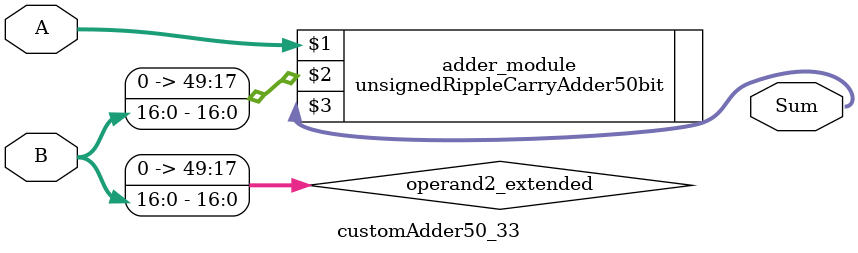
<source format=v>
module customAdder50_33(
                        input [49 : 0] A,
                        input [16 : 0] B,
                        
                        output [50 : 0] Sum
                );

        wire [49 : 0] operand2_extended;
        
        assign operand2_extended =  {33'b0, B};
        
        unsignedRippleCarryAdder50bit adder_module(
            A,
            operand2_extended,
            Sum
        );
        
        endmodule
        
</source>
